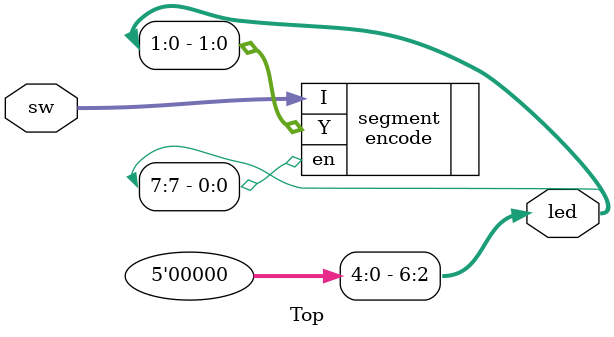
<source format=v>
module Top(
    input  [3:0]            sw,
    output [7:0]            led
);
assign led[6:2]=5'b0;
encode segment(
    .I(sw),
    .en(led[7]),
    .Y(led[1:0])
);
endmodule
</source>
